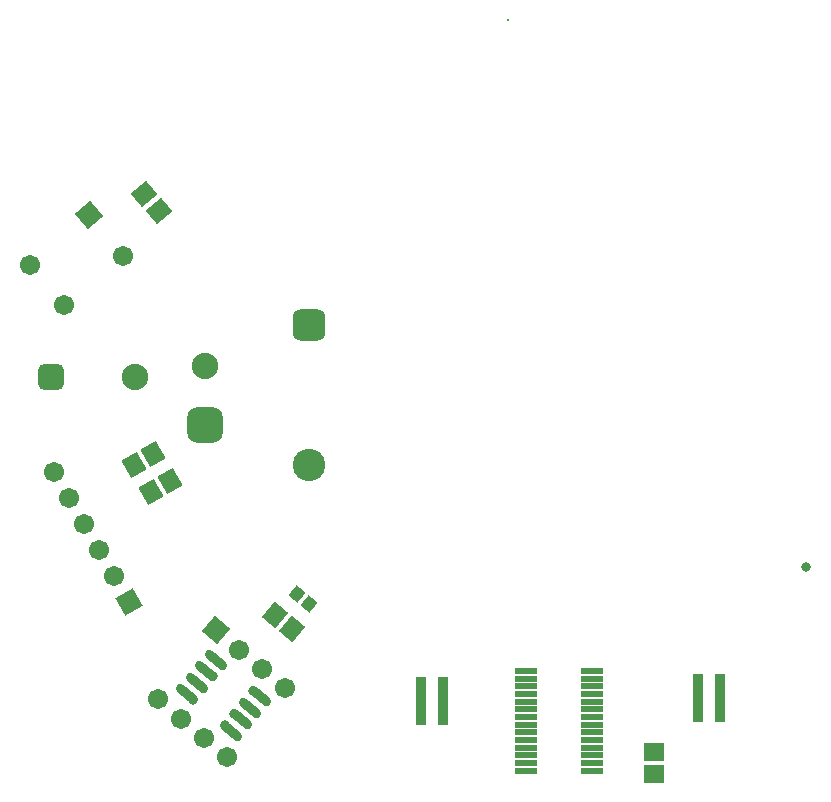
<source format=gbr>
G04 Layer_Color=16711935*
%FSLAX26Y26*%
%MOIN*%
%TF.FileFunction,Soldermask,Bot*%
%TF.Part,Single*%
%TFFileComment,Halloween PCB
Pumpkin Badge
V1
Gadorach
(W.W.S.)*%
G01*
G75*
%TA.AperFunction,SMDPad,CuDef*%
G04:AMPARAMS|DCode=52|XSize=43.433mil|YSize=39.496mil|CornerRadius=0mil|HoleSize=0mil|Usage=FLASHONLY|Rotation=230.000|XOffset=0mil|YOffset=0mil|HoleType=Round|Shape=Rectangle|*
%AMROTATEDRECTD52*
4,1,4,-0.001169,0.029330,0.029087,0.003942,0.001169,-0.029330,-0.029087,-0.003942,-0.001169,0.029330,0.0*
%
%ADD52ROTATEDRECTD52*%

%TA.AperFunction,ViaPad*%
%ADD56C,0.008000*%
%TA.AperFunction,ComponentPad*%
%ADD57P,0.094830X4X265.0*%
%ADD58C,0.067055*%
%TA.AperFunction,ViaPad*%
%ADD59C,0.033000*%
%TA.AperFunction,ComponentPad*%
%ADD60C,0.088000*%
G04:AMPARAMS|DCode=61|XSize=118mil|YSize=118mil|CornerRadius=31.5mil|HoleSize=0mil|Usage=FLASHONLY|Rotation=90.000|XOffset=0mil|YOffset=0mil|HoleType=Round|Shape=RoundedRectangle|*
%AMROUNDEDRECTD61*
21,1,0.118000,0.055000,0,0,90.0*
21,1,0.055000,0.118000,0,0,90.0*
1,1,0.063000,0.027500,0.027500*
1,1,0.063000,0.027500,-0.027500*
1,1,0.063000,-0.027500,-0.027500*
1,1,0.063000,-0.027500,0.027500*
%
%ADD61ROUNDEDRECTD61*%
%ADD62P,0.094830X4X165.0*%
%ADD63P,0.094830X4X275.0*%
G04:AMPARAMS|DCode=64|XSize=88mil|YSize=88mil|CornerRadius=24mil|HoleSize=0mil|Usage=FLASHONLY|Rotation=180.000|XOffset=0mil|YOffset=0mil|HoleType=Round|Shape=RoundedRectangle|*
%AMROUNDEDRECTD64*
21,1,0.088000,0.040000,0,0,180.0*
21,1,0.040000,0.088000,0,0,180.0*
1,1,0.048000,-0.020000,0.020000*
1,1,0.048000,0.020000,0.020000*
1,1,0.048000,0.020000,-0.020000*
1,1,0.048000,-0.020000,-0.020000*
%
%ADD64ROUNDEDRECTD64*%
%ADD65C,0.108000*%
G04:AMPARAMS|DCode=66|XSize=108mil|YSize=108mil|CornerRadius=29mil|HoleSize=0mil|Usage=FLASHONLY|Rotation=180.000|XOffset=0mil|YOffset=0mil|HoleType=Round|Shape=RoundedRectangle|*
%AMROUNDEDRECTD66*
21,1,0.108000,0.050000,0,0,180.0*
21,1,0.050000,0.108000,0,0,180.0*
1,1,0.058000,-0.025000,0.025000*
1,1,0.058000,0.025000,0.025000*
1,1,0.058000,0.025000,-0.025000*
1,1,0.058000,-0.025000,-0.025000*
%
%ADD66ROUNDEDRECTD66*%
%TA.AperFunction,SMDPad,CuDef*%
G04:AMPARAMS|DCode=74|XSize=67.055mil|YSize=59.181mil|CornerRadius=0mil|HoleSize=0mil|Usage=FLASHONLY|Rotation=220.000|XOffset=0mil|YOffset=0mil|HoleType=Round|Shape=Rectangle|*
%AMROTATEDRECTD74*
4,1,4,0.006663,0.044219,0.044704,-0.001117,-0.006663,-0.044219,-0.044704,0.001117,0.006663,0.044219,0.0*
%
%ADD74ROTATEDRECTD74*%

G04:AMPARAMS|DCode=75|XSize=31.622mil|YSize=88.709mil|CornerRadius=0mil|HoleSize=0mil|Usage=FLASHONLY|Rotation=50.000|XOffset=0mil|YOffset=0mil|HoleType=Round|Shape=Round|*
%AMOVALD75*
21,1,0.057087,0.031622,0.000000,0.000000,140.0*
1,1,0.031622,0.021865,-0.018347*
1,1,0.031622,-0.021865,0.018347*
%
%ADD75OVALD75*%

G04:AMPARAMS|DCode=76|XSize=67.055mil|YSize=59.181mil|CornerRadius=0mil|HoleSize=0mil|Usage=FLASHONLY|Rotation=120.000|XOffset=0mil|YOffset=0mil|HoleType=Round|Shape=Rectangle|*
%AMROTATEDRECTD76*
4,1,4,0.042390,-0.014241,-0.008862,-0.043831,-0.042390,0.014241,0.008862,0.043831,0.042390,-0.014241,0.0*
%
%ADD76ROTATEDRECTD76*%

%ADD77R,0.067055X0.059181*%
G04:AMPARAMS|DCode=78|XSize=67.055mil|YSize=59.181mil|CornerRadius=0mil|HoleSize=0mil|Usage=FLASHONLY|Rotation=50.000|XOffset=0mil|YOffset=0mil|HoleType=Round|Shape=Rectangle|*
%AMROTATEDRECTD78*
4,1,4,0.001117,-0.044704,-0.044219,-0.006663,-0.001117,0.044704,0.044219,0.006663,0.001117,-0.044704,0.0*
%
%ADD78ROTATEDRECTD78*%

%ADD79R,0.038000X0.022000*%
%ADD80R,0.072961X0.019811*%
D52*
X3099582Y2133140D02*
D03*
X3141804Y2097710D02*
D03*
D56*
X3802796Y4046367D02*
D03*
D57*
X2406471Y3394796D02*
D03*
D58*
X2520351Y3259079D02*
D03*
X2210436Y3230303D02*
D03*
X2324316Y3094586D02*
D03*
X2290000Y2538206D02*
D03*
X2340000Y2451602D02*
D03*
X2390000Y2365000D02*
D03*
X2440000Y2278398D02*
D03*
X2490000Y2191794D02*
D03*
X2868488Y1588676D02*
D03*
X2791884Y1652954D02*
D03*
X2715280Y1717232D02*
D03*
X2638676Y1781512D02*
D03*
X3061324Y1818488D02*
D03*
X2984720Y1882768D02*
D03*
X2908116Y1947046D02*
D03*
D59*
X4798107Y2223865D02*
D03*
X2755171Y1780601D02*
D03*
X2859942Y1694462D02*
D03*
X2820492Y1858158D02*
D03*
X2955316Y1810220D02*
D03*
X2891798Y1733522D02*
D03*
D60*
X2795000Y2893426D02*
D03*
X2559764Y2855000D02*
D03*
D61*
X2795000Y2696574D02*
D03*
D62*
X2540000Y2105192D02*
D03*
D63*
X2831512Y2011324D02*
D03*
D64*
X2280236Y2855000D02*
D03*
D65*
X3140000Y2561496D02*
D03*
D66*
Y3030000D02*
D03*
D74*
X2639459Y3409878D02*
D03*
X2591377Y3467181D02*
D03*
D75*
X2977172Y1791448D02*
D03*
X2945034Y1753146D02*
D03*
X2912894Y1714842D02*
D03*
X2880754Y1676542D02*
D03*
X2830900Y1914184D02*
D03*
X2798762Y1875882D02*
D03*
X2766622Y1837580D02*
D03*
X2734482Y1799278D02*
D03*
D76*
X2557610Y2561300D02*
D03*
X2622390Y2598700D02*
D03*
X2612610Y2471300D02*
D03*
X2677390Y2508700D02*
D03*
D77*
X4290000Y1607402D02*
D03*
Y1532598D02*
D03*
D78*
X3027282Y2064178D02*
D03*
X3084584Y2016096D02*
D03*
D79*
X4511500Y1715000D02*
D03*
Y1735000D02*
D03*
Y1755000D02*
D03*
Y1775000D02*
D03*
Y1795000D02*
D03*
Y1815000D02*
D03*
Y1835000D02*
D03*
Y1855000D02*
D03*
X4438500D02*
D03*
Y1835000D02*
D03*
Y1815000D02*
D03*
Y1795000D02*
D03*
Y1775000D02*
D03*
Y1755000D02*
D03*
Y1735000D02*
D03*
Y1715000D02*
D03*
X3515000Y1845000D02*
D03*
Y1825000D02*
D03*
Y1805000D02*
D03*
Y1785000D02*
D03*
Y1765000D02*
D03*
Y1745000D02*
D03*
Y1725000D02*
D03*
Y1705000D02*
D03*
X3588000D02*
D03*
Y1725000D02*
D03*
Y1745000D02*
D03*
Y1765000D02*
D03*
Y1785000D02*
D03*
Y1805000D02*
D03*
Y1825000D02*
D03*
Y1845000D02*
D03*
D80*
X3865748Y1543662D02*
D03*
Y1569252D02*
D03*
Y1594842D02*
D03*
Y1620434D02*
D03*
Y1646024D02*
D03*
Y1671614D02*
D03*
Y1697204D02*
D03*
Y1722796D02*
D03*
Y1748386D02*
D03*
Y1773976D02*
D03*
Y1799566D02*
D03*
Y1825158D02*
D03*
Y1850748D02*
D03*
Y1876338D02*
D03*
X4084252Y1543662D02*
D03*
Y1569252D02*
D03*
Y1594842D02*
D03*
Y1620434D02*
D03*
Y1646024D02*
D03*
Y1671614D02*
D03*
Y1697204D02*
D03*
Y1722796D02*
D03*
Y1748386D02*
D03*
Y1773976D02*
D03*
Y1799566D02*
D03*
Y1825158D02*
D03*
Y1850748D02*
D03*
Y1876338D02*
D03*
%TF.MD5,236acfb34a7180ae24e33cd60d0f70f8*%
M02*

</source>
